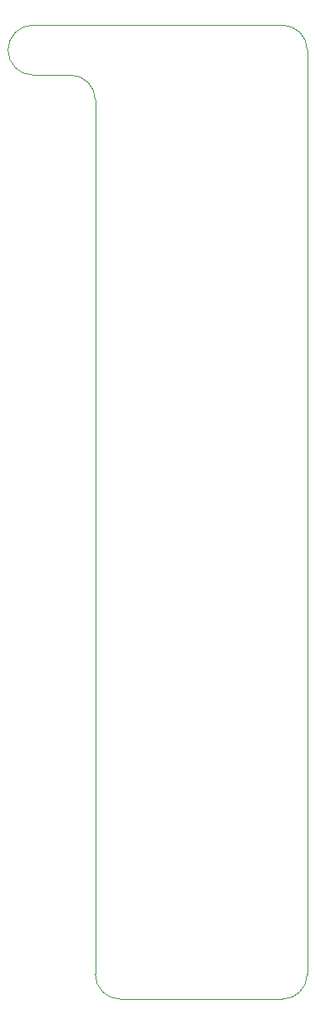
<source format=gbr>
%TF.GenerationSoftware,KiCad,Pcbnew,8.0.4-8.0.4-0~ubuntu22.04.1*%
%TF.CreationDate,2024-08-10T18:45:36+03:00*%
%TF.ProjectId,PM-PS-DC24-front,504d2d50-532d-4444-9332-342d66726f6e,rev?*%
%TF.SameCoordinates,Original*%
%TF.FileFunction,Profile,NP*%
%FSLAX46Y46*%
G04 Gerber Fmt 4.6, Leading zero omitted, Abs format (unit mm)*
G04 Created by KiCad (PCBNEW 8.0.4-8.0.4-0~ubuntu22.04.1) date 2024-08-10 18:45:36*
%MOMM*%
%LPD*%
G01*
G04 APERTURE LIST*
%TA.AperFunction,Profile*%
%ADD10C,0.100000*%
%TD*%
G04 APERTURE END LIST*
D10*
X53340000Y-55880000D02*
X57150000Y-55880000D01*
X53340000Y-50800000D02*
X78740000Y-50800000D01*
X59690000Y-58420000D02*
X59690000Y-147320000D01*
X62230000Y-149860000D02*
G75*
G02*
X59690000Y-147320000I0J2540000D01*
G01*
X50800000Y-53340000D02*
G75*
G02*
X53340000Y-50800000I2540000J0D01*
G01*
X81280000Y-147320000D02*
G75*
G02*
X78740000Y-149860000I-2540000J0D01*
G01*
X78740000Y-50800000D02*
G75*
G02*
X81280000Y-53340000I0J-2540000D01*
G01*
X81280000Y-53340000D02*
X81280000Y-147320000D01*
X53340000Y-55880000D02*
G75*
G02*
X50800000Y-53340000I0J2540000D01*
G01*
X57150000Y-55880000D02*
G75*
G02*
X59690000Y-58420000I0J-2540000D01*
G01*
X62230000Y-149860000D02*
X78740000Y-149860000D01*
M02*

</source>
